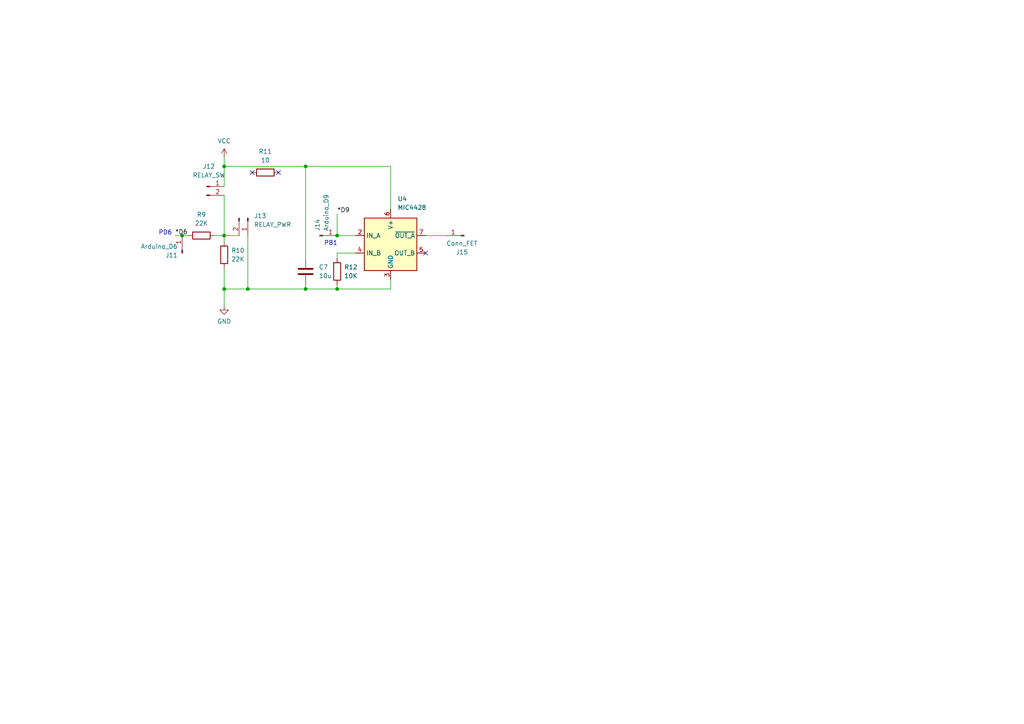
<source format=kicad_sch>
(kicad_sch (version 20211123) (generator eeschema)
  (paper "A4")
  (lib_symbols
    (symbol "Connector:Conn_01x01_Male" (pin_names (offset 1.016) hide)
      (property "Reference" "J" (at 0 2.54 0))
      (property "Value" "Conn_01x01_Male" (at 0 -2.54 0))
      (symbol "Conn_01x01_Male_1_1"
        (polyline (pts (xy 1.27 0) (xy 0.8636 0)) (stroke (width 0.1524)))
        (rectangle (start 0.8636 0.127) (end 0 -0.127) (stroke (width 0.1524)) (fill (type outline)))
        (pin passive line (at 5.08 0 180) (length 3.81) (name "Pin_1") (number "1"))
      )
    )
    (symbol "Connector:Conn_01x02_Male" (pin_names (offset 1.016) hide)
      (property "Reference" "J" (at 0 2.54 0))
      (property "Value" "Conn_01x02_Male" (at 0 -5.08 0))
      (symbol "Conn_01x02_Male_1_1"
        (polyline (pts (xy 1.27 -2.54) (xy 0.8636 -2.54)) (stroke (width 0.1524)))
        (polyline (pts (xy 1.27 0) (xy 0.8636 0)) (stroke (width 0.1524)))
        (rectangle (start 0.8636 -2.413) (end 0 -2.667) (stroke (width 0.1524)) (fill (type outline)))
        (rectangle (start 0.8636 0.127) (end 0 -0.127) (stroke (width 0.1524)) (fill (type outline)))
        (pin passive line (at 5.08 0 180) (length 3.81) (name "Pin_1") (number "1"))
        (pin passive line (at 5.08 -2.54 180) (length 3.81) (name "Pin_2") (number "2"))
      )
    )
    (symbol "Device:C" (pin_numbers hide) (pin_names (offset 0.254))
      (property "Reference" "C" (at 0.635 2.54 0))
      (property "Value" "C" (at 0.635 -2.54 0))
      (symbol "C_0_1"
        (polyline (pts (xy -2.032 -0.762) (xy 2.032 -0.762)) (stroke (width 0.508)))
        (polyline (pts (xy -2.032 0.762) (xy 2.032 0.762)) (stroke (width 0.508)))
      )
      (symbol "C_1_1"
        (pin passive line (at 0 3.81 270) (length 2.794) (name "~") (number "1"))
        (pin passive line (at 0 -3.81 90) (length 2.794) (name "~") (number "2"))
      )
    )
    (symbol "Device:R" (pin_numbers hide) (pin_names (offset 0))
      (property "Reference" "R" (at 2.032 0 90))
      (property "Value" "R" (at 0 0 90))
      (symbol "R_0_1"
        (rectangle (start -1.016 -2.54) (end 1.016 2.54) (stroke (width 0.254)))
      )
      (symbol "R_1_1"
        (pin passive line (at 0 3.81 270) (length 1.27) (name "~") (number "1"))
        (pin passive line (at 0 -3.81 90) (length 1.27) (name "~") (number "2"))
      )
    )
    (symbol "Driver_FET:MIC4428"
      (property "Reference" "U" (at -7.62 8.89 0))
      (property "Value" "MIC4428" (at 1.27 8.89 0))
      (symbol "MIC4428_0_1"
        (rectangle (start -7.62 -7.62) (end 7.62 7.62) (stroke (width 0.254)) (fill (type background)))
      )
      (symbol "MIC4428_1_1"
        (pin no_connect line (at -7.62 0 0) (length 2.54) hide (name "NC") (number "1"))
        (pin input line (at -10.16 2.54 0) (length 2.54) (name "IN_A") (number "2"))
        (pin power_in line (at 0 -10.16 90) (length 2.54) (name "GND") (number "3"))
        (pin input line (at -10.16 -2.54 0) (length 2.54) (name "IN_B") (number "4"))
        (pin output line (at 10.16 -2.54 180) (length 2.54) (name "OUT_B") (number "5"))
        (pin power_in line (at 0 10.16 270) (length 2.54) (name "V+") (number "6"))
        (pin output line (at 10.16 2.54 180) (length 2.54) (name "~{OUT_A}") (number "7"))
        (pin no_connect line (at 7.62 0 180) (length 2.54) hide (name "NC") (number "8"))
      )
    )
    (symbol "power:GND" (power) (pin_names (offset 0))
      (property "Value" "GND" (at 0 -3.81 0))
      (symbol "GND_0_1"
        (polyline (pts (xy 0 0) (xy 0 -1.27) (xy 1.27 -1.27) (xy 0 -2.54) (xy -1.27 -1.27) (xy 0 -1.27)))
      )
      (symbol "GND_1_1"
        (pin power_in line (at 0 0 270) (length 0) hide (name "GND") (number "1"))
      )
    )
    (symbol "power:VCC" (power) (pin_names (offset 0))
      (property "Value" "VCC" (at 0 3.81 0))
      (symbol "VCC_0_1"
        (polyline (pts (xy -0.762 1.27) (xy 0 2.54)))
        (polyline (pts (xy 0 0) (xy 0 2.54)))
        (polyline (pts (xy 0 2.54) (xy 0.762 1.27)))
      )
      (symbol "VCC_1_1"
        (pin power_in line (at 0 0 90) (length 0) hide (name "VCC") (number "1"))
      )
    )
  )
  (junction (at 88.646 48.26))
  (junction (at 97.79 83.82))
  (junction (at 65.024 68.326))
  (junction (at 65.024 83.82))
  (junction (at 71.882 83.82))
  (junction (at 52.832 68.326))
  (junction (at 65.024 48.26))
  (junction (at 97.79 68.326))
  (junction (at 88.646 83.82))
  (no_connect (at 80.772 50.038))
  (no_connect (at 123.444 73.406))
  (no_connect (at 73.152 50.038))
  (wire (pts (xy 113.284 81.026) (xy 113.284 83.82)))
  (wire (pts (xy 113.284 48.26) (xy 88.646 48.26)))
  (wire (pts (xy 50.8 68.326) (xy 52.832 68.326)))
  (wire (pts (xy 97.79 61.976) (xy 97.79 68.326)))
  (wire (pts (xy 65.024 83.82) (xy 65.024 88.646)))
  (wire (pts (xy 71.882 68.326) (xy 71.882 83.82)))
  (wire (pts (xy 65.024 56.642) (xy 65.024 68.326)))
  (wire (pts (xy 97.79 74.93) (xy 97.79 73.406)))
  (wire (pts (xy 103.124 73.406) (xy 97.79 73.406)))
  (wire (pts (xy 113.284 48.26) (xy 113.284 60.706)))
  (wire (pts (xy 113.284 83.82) (xy 97.79 83.82)))
  (wire (pts (xy 65.024 48.26) (xy 88.646 48.26)))
  (wire (pts (xy 71.882 83.82) (xy 65.024 83.82)))
  (wire (pts (xy 69.342 68.326) (xy 65.024 68.326)))
  (wire (pts (xy 88.646 83.82) (xy 71.882 83.82)))
  (wire (pts (xy 65.024 68.326) (xy 65.024 70.104)))
  (wire (pts (xy 65.024 54.102) (xy 65.024 48.26)))
  (wire (pts (xy 97.79 82.55) (xy 97.79 83.82)))
  (wire (pts (xy 103.124 68.326) (xy 97.79 68.326)))
  (wire (pts (xy 88.646 82.55) (xy 88.646 83.82)))
  (wire (pts (xy 97.79 83.82) (xy 88.646 83.82)))
  (wire (pts (xy 52.832 68.326) (xy 54.61 68.326)))
  (wire (pts (xy 65.024 77.724) (xy 65.024 83.82)))
  (wire (pts (xy 65.024 48.26) (xy 65.024 45.72)))
  (wire (pts (xy 88.646 74.93) (xy 88.646 48.26)))
  (wire (pts (xy 123.444 68.326) (xy 129.54 68.326)))
  (wire (pts (xy 62.23 68.326) (xy 65.024 68.326)))
  (text "PB1" (at 93.98 71.374 0) (effects (font (size 1.27 1.27)) (justify left bottom)))
  (text "PD6" (at 45.974 68.326 0) (effects (font (size 1.27 1.27)) (justify left bottom)))
  (label "*D9" (at 97.79 61.976 0))
  (label "*D6" (at 50.8 68.326 0))
  (symbol (lib_id "Device:R") (at 76.962 50.038 270) (unit 1)
    (property "Reference" "R11" (at 76.962 43.942 90))
    (property "Value" "10" (at 76.962 46.482 90))
    (property "Footprint" "Resistor_THT:R_Axial_DIN0411_L9.9mm_D3.6mm_P12.70mm_Horizontal" (effects hide))
  )
  (symbol (lib_id "power:VCC") (at 65.024 45.72 0) (unit 1)
    (property "Reference" "#PWR012" (effects hide))
    (property "Value" "VCC" (at 65.024 40.894 0))
  )
  (symbol (lib_id "Device:R") (at 97.79 78.74 180) (unit 1)
    (property "Reference" "R12" (at 99.822 77.4699 0) (effects (justify right)))
    (property "Value" "10K" (at 99.822 80.0099 0) (effects (justify right)))
    (property "Footprint" "Resistor_THT:R_Axial_DIN0207_L6.3mm_D2.5mm_P7.62mm_Horizontal" (effects hide))
  )
  (symbol (lib_id "Driver_FET:MIC4428") (at 113.284 70.866 0) (unit 1)
    (property "Reference" "U4" (at 115.3034 57.658 0) (effects (justify left)))
    (property "Value" "MIC4428" (at 115.3034 60.198 0) (effects (justify left)))
    (property "Footprint" "Package_DIP:DIP-8_W7.62mm_Socket" (effects hide))
    (property "Datasheet" "http://ww1.microchip.com/downloads/en/DeviceDoc/mic4426.pdf" (effects hide))
  )
  (symbol (lib_id "Device:R") (at 65.024 73.914 180) (unit 1)
    (property "Reference" "R10" (at 67.056 72.6439 0) (effects (justify right)))
    (property "Value" "22K" (at 67.056 75.1839 0) (effects (justify right)))
    (property "Footprint" "Resistor_THT:R_Axial_DIN0207_L6.3mm_D2.5mm_P7.62mm_Horizontal" (effects hide))
  )
  (symbol (lib_id "Connector:Conn_01x01_Male") (at 134.62 68.326 180) (unit 1)
    (property "Reference" "J15" (at 133.985 73.152 0))
    (property "Value" "Conn_FET" (at 133.985 70.612 0))
    (property "Footprint" "Connector_PinHeader_2.54mm:PinHeader_1x01_P2.54mm_Vertical" (effects hide))
  )
  (symbol (lib_id "Connector:Conn_01x01_Male") (at 92.71 68.326 0) (unit 1)
    (property "Reference" "J14" (at 92.0749 67.056 90) (effects (justify left)))
    (property "Value" "Arduino_D9" (at 94.6149 67.056 90) (effects (justify left)))
    (property "Footprint" "Connector_PinHeader_2.54mm:PinHeader_1x01_P2.54mm_Vertical" (effects hide))
  )
  (symbol (lib_id "Connector:Conn_01x02_Male") (at 59.944 54.102 0) (unit 1)
    (property "Reference" "J12" (at 60.579 48.26 0))
    (property "Value" "RELAY_SW" (at 60.579 50.8 0))
    (property "Footprint" "Connector_PinHeader_2.54mm:PinHeader_1x02_P2.54mm_Vertical" (effects hide))
  )
  (symbol (lib_id "power:GND") (at 65.024 88.646 0) (unit 1)
    (property "Reference" "#PWR013" (effects hide))
    (property "Value" "GND" (at 65.024 93.218 0))
  )
  (symbol (lib_id "Connector:Conn_01x01_Male") (at 52.832 73.406 90) (unit 1)
    (property "Reference" "J11" (at 51.562 74.0411 90) (effects (justify left)))
    (property "Value" "Arduino_D6" (at 51.562 71.5011 90) (effects (justify left)))
    (property "Footprint" "Connector_PinHeader_2.54mm:PinHeader_1x01_P2.54mm_Vertical" (effects hide))
  )
  (symbol (lib_id "Device:C") (at 88.646 78.74 0) (unit 1)
    (property "Reference" "C7" (at 92.456 77.4699 0) (effects (justify left)))
    (property "Value" "10u" (at 92.456 80.0099 0) (effects (justify left)))
    (property "Footprint" "Capacitor_THT:C_Radial_D5.0mm_H5.0mm_P2.00mm" (effects hide))
  )
  (symbol (lib_id "Connector:Conn_01x02_Male") (at 71.882 63.246 270) (unit 1)
    (property "Reference" "J13" (at 73.66 62.6109 90) (effects (justify left)))
    (property "Value" "RELAY_PWR" (at 73.66 65.1509 90) (effects (justify left)))
    (property "Footprint" "Connector_PinHeader_2.54mm:PinHeader_1x01_P2.54mm_Vertical" (effects hide))
  )
  (symbol (lib_id "Device:R") (at 58.42 68.326 270) (unit 1)
    (property "Reference" "R9" (at 58.42 62.23 90))
    (property "Value" "22K" (at 58.42 64.77 90))
    (property "Footprint" "Resistor_THT:R_Axial_DIN0207_L6.3mm_D2.5mm_P7.62mm_Horizontal" (effects hide))
  )
)
</source>
